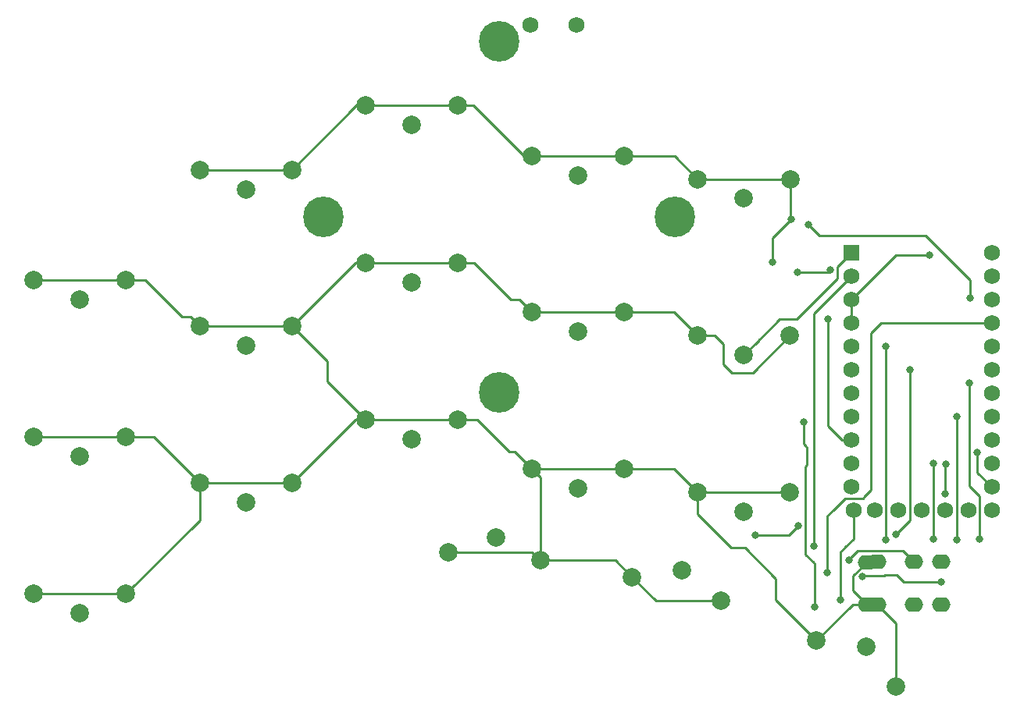
<source format=gbr>
%TF.GenerationSoftware,KiCad,Pcbnew,(6.0.0)*%
%TF.CreationDate,2022-03-12T15:50:12-08:00*%
%TF.ProjectId,half-swept,68616c66-2d73-4776-9570-742e6b696361,rev?*%
%TF.SameCoordinates,Original*%
%TF.FileFunction,Copper,L2,Bot*%
%TF.FilePolarity,Positive*%
%FSLAX46Y46*%
G04 Gerber Fmt 4.6, Leading zero omitted, Abs format (unit mm)*
G04 Created by KiCad (PCBNEW (6.0.0)) date 2022-03-12 15:50:12*
%MOMM*%
%LPD*%
G01*
G04 APERTURE LIST*
%TA.AperFunction,ComponentPad*%
%ADD10O,2.000000X1.600000*%
%TD*%
%TA.AperFunction,ComponentPad*%
%ADD11C,1.750000*%
%TD*%
%TA.AperFunction,ComponentPad*%
%ADD12C,2.000000*%
%TD*%
%TA.AperFunction,ComponentPad*%
%ADD13C,4.400000*%
%TD*%
%TA.AperFunction,ComponentPad*%
%ADD14R,1.752600X1.752600*%
%TD*%
%TA.AperFunction,ComponentPad*%
%ADD15C,1.752600*%
%TD*%
%TA.AperFunction,ViaPad*%
%ADD16C,0.800000*%
%TD*%
%TA.AperFunction,Conductor*%
%ADD17C,0.250000*%
%TD*%
G04 APERTURE END LIST*
D10*
%TO.P,J2,1,SLEEVE*%
%TO.N,gnd*%
X107318000Y-75370000D03*
%TO.P,J2,2,TIP*%
X108418000Y-79970000D03*
%TO.P,J2,3,RING1*%
%TO.N,data*%
X112418000Y-79970000D03*
%TO.P,J2,4,RING2*%
%TO.N,vcc*%
X115418000Y-79970000D03*
%TD*%
D11*
%TO.P,RSW1,1,1*%
%TO.N,gnd*%
X70825000Y-17062500D03*
%TO.P,RSW1,2,2*%
%TO.N,reset*%
X75825000Y-17062500D03*
%TD*%
D12*
%TO.P,SW2,1,1*%
%TO.N,Switch1*%
X22000000Y-46900000D03*
%TO.P,SW2,2,2*%
%TO.N,gnd*%
X17000000Y-44800000D03*
X27000000Y-44800000D03*
%TD*%
%TO.P,SW3,1,1*%
%TO.N,Switch2*%
X40000000Y-34900000D03*
%TO.P,SW3,2,2*%
%TO.N,gnd*%
X35000000Y-32800000D03*
X45000000Y-32800000D03*
%TD*%
%TO.P,SW4,1,1*%
%TO.N,Switch3*%
X58000000Y-27900000D03*
%TO.P,SW4,2,2*%
%TO.N,gnd*%
X63000000Y-25800000D03*
X53000000Y-25800000D03*
%TD*%
%TO.P,SW5,1,1*%
%TO.N,Switch4*%
X76000000Y-33400000D03*
%TO.P,SW5,2,2*%
%TO.N,gnd*%
X81000000Y-31300000D03*
X71000000Y-31300000D03*
%TD*%
%TO.P,SW6,1,1*%
%TO.N,Switch5*%
X94000000Y-35900000D03*
%TO.P,SW6,2,2*%
%TO.N,gnd*%
X99000000Y-33800000D03*
X89000000Y-33800000D03*
%TD*%
%TO.P,SW8,1,1*%
%TO.N,Switch6*%
X22000000Y-63900000D03*
%TO.P,SW8,2,2*%
%TO.N,gnd*%
X27000000Y-61800000D03*
X17000000Y-61800000D03*
%TD*%
%TO.P,SW9,1,1*%
%TO.N,Switch7*%
X40000000Y-51874000D03*
%TO.P,SW9,2,2*%
%TO.N,gnd*%
X45000000Y-49774000D03*
X35000000Y-49774000D03*
%TD*%
%TO.P,SW10,1,1*%
%TO.N,Switch8*%
X58000000Y-45016000D03*
%TO.P,SW10,2,2*%
%TO.N,gnd*%
X63000000Y-42916000D03*
X53000000Y-42916000D03*
%TD*%
%TO.P,SW11,1,1*%
%TO.N,Switch9*%
X76000000Y-50350000D03*
%TO.P,SW11,2,2*%
%TO.N,gnd*%
X71000000Y-48250000D03*
X81000000Y-48250000D03*
%TD*%
%TO.P,SW12,1,1*%
%TO.N,Switch10*%
X93980000Y-52890000D03*
%TO.P,SW12,2,2*%
%TO.N,gnd*%
X98980000Y-50790000D03*
X88980000Y-50790000D03*
%TD*%
%TO.P,SW14,1,1*%
%TO.N,Switch11*%
X22000000Y-80900000D03*
%TO.P,SW14,2,2*%
%TO.N,gnd*%
X17000000Y-78800000D03*
X27000000Y-78800000D03*
%TD*%
%TO.P,SW15,1,1*%
%TO.N,Switch12*%
X40000000Y-68892000D03*
%TO.P,SW15,2,2*%
%TO.N,gnd*%
X45000000Y-66792000D03*
X35000000Y-66792000D03*
%TD*%
%TO.P,SW16,1,1*%
%TO.N,Switch13*%
X58000000Y-62034000D03*
%TO.P,SW16,2,2*%
%TO.N,gnd*%
X63000000Y-59934000D03*
X53000000Y-59934000D03*
%TD*%
%TO.P,SW17,1,1*%
%TO.N,Switch14*%
X76000000Y-67368000D03*
%TO.P,SW17,2,2*%
%TO.N,gnd*%
X81000000Y-65268000D03*
X71000000Y-65268000D03*
%TD*%
%TO.P,SW18,1,1*%
%TO.N,Switch15*%
X93980000Y-69908000D03*
%TO.P,SW18,2,2*%
%TO.N,gnd*%
X88980000Y-67808000D03*
X98980000Y-67808000D03*
%TD*%
%TO.P,SW20,1,1*%
%TO.N,Switch16*%
X107226000Y-84590450D03*
%TO.P,SW20,2,2*%
%TO.N,gnd*%
X110506127Y-88909103D03*
X101845873Y-83909103D03*
%TD*%
%TO.P,SW21,1,1*%
%TO.N,Switch17*%
X87243032Y-76251038D03*
%TO.P,SW21,2,2*%
%TO.N,gnd*%
X91529142Y-79573577D03*
X81869883Y-76985387D03*
%TD*%
D13*
%TO.P,REF\u002A\u002A,1*%
%TO.N,N/C*%
X67500000Y-56950000D03*
X48450000Y-37900000D03*
X86550000Y-37900000D03*
X67500000Y-18850000D03*
%TD*%
D14*
%TO.P,U2,1,TX0/PD3*%
%TO.N,Switch10*%
X105630000Y-41816750D03*
D15*
%TO.P,U2,2,RX1/PD2*%
%TO.N,data*%
X105630000Y-44356750D03*
%TO.P,U2,3,GND*%
%TO.N,gnd*%
X105630000Y-46896750D03*
%TO.P,U2,4,GND*%
X105630000Y-49436750D03*
%TO.P,U2,5,2/PD1*%
%TO.N,Switch11*%
X105630000Y-51976750D03*
%TO.P,U2,6,3/PD0*%
%TO.N,Switch12*%
X105630000Y-54516750D03*
%TO.P,U2,7,4/PD4*%
%TO.N,Switch13*%
X105630000Y-57056750D03*
%TO.P,U2,8,5/PC6*%
%TO.N,Switch14*%
X105630000Y-59596750D03*
%TO.P,U2,9,6/PD7*%
%TO.N,Switch1*%
X105630000Y-62136750D03*
%TO.P,U2,10,7/PE6*%
%TO.N,Switch15*%
X105630000Y-64676750D03*
%TO.P,U2,11,8/PB4*%
%TO.N,Switch16*%
X105630000Y-67216750D03*
%TO.P,U2,12,9/PB5*%
%TO.N,Switch17*%
X105858600Y-69756750D03*
%TO.P,U2,13,10/PB6*%
%TO.N,Switch9*%
X120870000Y-69756750D03*
%TO.P,U2,14,16/PB2*%
%TO.N,Switch8*%
X120870000Y-67216750D03*
%TO.P,U2,15,14/PB3*%
%TO.N,Switch7*%
X120870000Y-64676750D03*
%TO.P,U2,16,15/PB1*%
%TO.N,Switch6*%
X120870000Y-62136750D03*
%TO.P,U2,17,A0/PF7*%
%TO.N,Switch2*%
X120870000Y-59596750D03*
%TO.P,U2,18,A1/PF6*%
%TO.N,Switch3*%
X120870000Y-57056750D03*
%TO.P,U2,19,A2/PF5*%
%TO.N,Switch4*%
X120870000Y-54516750D03*
%TO.P,U2,20,A3/PF4*%
%TO.N,Switch5*%
X120870000Y-51976750D03*
%TO.P,U2,21,VCC*%
%TO.N,vcc*%
X120870000Y-49436750D03*
%TO.P,U2,22,RST*%
%TO.N,reset*%
X120870000Y-46896750D03*
%TO.P,U2,23,GND*%
%TO.N,gnd*%
X120870000Y-44356750D03*
%TO.P,U2,24,B0*%
%TO.N,raw*%
X120870000Y-41816750D03*
%TO.P,U2,25,B7*%
%TO.N,Switch18*%
X108170000Y-69756750D03*
%TO.P,U2,26,D5*%
%TO.N,unconnected-(U2-Pad26)*%
X110710000Y-69756750D03*
%TO.P,U2,27,C7*%
%TO.N,unconnected-(U2-Pad27)*%
X113250000Y-69756750D03*
%TO.P,U2,28,F1*%
%TO.N,unconnected-(U2-Pad28)*%
X115790000Y-69756750D03*
%TO.P,U2,29,F0*%
%TO.N,unconnected-(U2-Pad29)*%
X118330000Y-69756750D03*
%TD*%
D12*
%TO.P,SW1,1,1*%
%TO.N,Switch18*%
X67114219Y-72672451D03*
%TO.P,SW1,2,2*%
%TO.N,gnd*%
X61950218Y-74328681D03*
X71912165Y-75200239D03*
%TD*%
D10*
%TO.P,J1,1,SLEEVE*%
%TO.N,gnd*%
X107300000Y-79950000D03*
%TO.P,J1,2,TIP*%
X108400000Y-75350000D03*
%TO.P,J1,3,RING1*%
%TO.N,data*%
X112400000Y-75350000D03*
%TO.P,J1,4,RING2*%
%TO.N,vcc*%
X115400000Y-75350000D03*
%TD*%
D16*
%TO.N,gnd*%
X114100000Y-42050000D03*
X99140769Y-38159231D03*
X97100000Y-42850000D03*
%TO.N,vcc*%
X106850000Y-76950000D03*
X115398000Y-77552000D03*
X103050000Y-76550000D03*
%TO.N,Switch18*%
X95250000Y-72450000D03*
X99850000Y-71450000D03*
%TO.N,reset*%
X101000000Y-38750000D03*
X118500000Y-46750000D03*
%TO.N,Switch1*%
X99822000Y-43942000D03*
X103378000Y-43688000D03*
X103124000Y-49022000D03*
%TO.N,Switch8*%
X115800000Y-68000000D03*
X119300000Y-63500000D03*
X115900000Y-64750000D03*
%TO.N,Switch9*%
X100450000Y-60150000D03*
X101700000Y-80250000D03*
%TO.N,Switch11*%
X109400000Y-51950000D03*
X109400000Y-72950000D03*
%TO.N,Switch12*%
X110450000Y-72350000D03*
X112000000Y-54500000D03*
%TO.N,Switch13*%
X118400000Y-55900000D03*
X119550000Y-72850000D03*
%TO.N,Switch14*%
X117050000Y-72950000D03*
X117050000Y-59600000D03*
%TO.N,Switch15*%
X114500000Y-72900000D03*
X114500000Y-64700000D03*
%TO.N,Switch17*%
X104450000Y-79500000D03*
%TO.N,data*%
X105400000Y-75133793D03*
X101600000Y-73650000D03*
%TD*%
D17*
%TO.N,gnd*%
X35000000Y-70800000D02*
X35000000Y-66792000D01*
X30008000Y-61800000D02*
X35000000Y-66792000D01*
X63000000Y-59934000D02*
X65084000Y-59934000D01*
X97100000Y-42850000D02*
X97100000Y-40200000D01*
X107300000Y-79950000D02*
X105804976Y-79950000D01*
X63000000Y-25800000D02*
X64700000Y-25800000D01*
X69650000Y-46900000D02*
X71000000Y-48250000D01*
X94100000Y-73800000D02*
X92600000Y-73800000D01*
X68550000Y-63400000D02*
X69132000Y-63400000D01*
X71000000Y-65268000D02*
X81000000Y-65268000D01*
X71000000Y-48250000D02*
X81000000Y-48250000D01*
X45000000Y-32800000D02*
X52000000Y-25800000D01*
X91750000Y-51700000D02*
X90840000Y-50790000D01*
X94970000Y-54800000D02*
X92650000Y-54800000D01*
X90840000Y-50790000D02*
X88980000Y-50790000D01*
X27000000Y-44800000D02*
X29100000Y-44800000D01*
X29100000Y-44800000D02*
X33050000Y-48750000D01*
X71912165Y-66180165D02*
X71000000Y-65268000D01*
X17000000Y-44800000D02*
X27000000Y-44800000D01*
X35000000Y-66792000D02*
X45000000Y-66792000D01*
X110506127Y-88909103D02*
X110506127Y-82058127D01*
X110476750Y-42050000D02*
X114100000Y-42050000D01*
X101845873Y-83909103D02*
X97450000Y-79513230D01*
X71040607Y-74328681D02*
X71912165Y-75200239D01*
X81000000Y-31300000D02*
X86500000Y-31300000D01*
X110506127Y-82058127D02*
X108418000Y-79970000D01*
X86440000Y-48250000D02*
X88980000Y-50790000D01*
X97450000Y-77150000D02*
X94100000Y-73800000D01*
X98980000Y-50790000D02*
X94970000Y-54800000D01*
X71000000Y-31300000D02*
X81000000Y-31300000D01*
X105630000Y-46896750D02*
X110476750Y-42050000D01*
X17000000Y-78800000D02*
X27000000Y-78800000D01*
X81000000Y-48250000D02*
X86440000Y-48250000D01*
X64700000Y-25800000D02*
X70200000Y-31300000D01*
X33976000Y-48750000D02*
X35000000Y-49774000D01*
X105804976Y-79950000D02*
X101845873Y-83909103D01*
X52000000Y-25800000D02*
X53000000Y-25800000D01*
X97450000Y-79513230D02*
X97450000Y-77150000D01*
X107300000Y-79950000D02*
X105800000Y-78450000D01*
X70200000Y-31300000D02*
X71000000Y-31300000D01*
X88980000Y-70180000D02*
X88980000Y-67808000D01*
X45000000Y-49774000D02*
X51858000Y-42916000D01*
X80084735Y-75200239D02*
X81869883Y-76985387D01*
X68700000Y-46900000D02*
X69650000Y-46900000D01*
X84458073Y-79573577D02*
X91529142Y-79573577D01*
X45000000Y-49774000D02*
X48800000Y-53574000D01*
X53000000Y-59934000D02*
X63000000Y-59934000D01*
X64716000Y-42916000D02*
X68700000Y-46900000D01*
X61950218Y-74328681D02*
X71040607Y-74328681D01*
X105800000Y-76888000D02*
X107318000Y-75370000D01*
X53000000Y-25800000D02*
X63000000Y-25800000D01*
X69132000Y-63400000D02*
X71000000Y-65268000D01*
X81000000Y-65268000D02*
X86440000Y-65268000D01*
X88980000Y-67808000D02*
X98980000Y-67808000D01*
X17000000Y-61800000D02*
X27000000Y-61800000D01*
X92600000Y-73800000D02*
X88980000Y-70180000D01*
X81869883Y-76985387D02*
X84458073Y-79573577D01*
X65084000Y-59934000D02*
X68550000Y-63400000D01*
X105800000Y-78450000D02*
X105800000Y-76888000D01*
X99000000Y-33800000D02*
X99000000Y-38018462D01*
X105630000Y-46896750D02*
X105630000Y-49436750D01*
X97100000Y-40200000D02*
X99140769Y-38159231D01*
X99000000Y-38018462D02*
X99140769Y-38159231D01*
X53000000Y-42916000D02*
X63000000Y-42916000D01*
X86500000Y-31300000D02*
X89000000Y-33800000D01*
X91750000Y-53900000D02*
X91750000Y-51700000D01*
X33050000Y-48750000D02*
X33976000Y-48750000D01*
X51858000Y-42916000D02*
X53000000Y-42916000D01*
X51858000Y-59934000D02*
X53000000Y-59934000D01*
X48800000Y-53574000D02*
X48800000Y-55734000D01*
X92650000Y-54800000D02*
X91750000Y-53900000D01*
X35000000Y-32800000D02*
X45000000Y-32800000D01*
X63000000Y-42916000D02*
X64716000Y-42916000D01*
X45000000Y-66792000D02*
X51858000Y-59934000D01*
X86440000Y-65268000D02*
X88980000Y-67808000D01*
X48800000Y-55734000D02*
X53000000Y-59934000D01*
X71912165Y-75200239D02*
X71912165Y-66180165D01*
X27000000Y-61800000D02*
X30008000Y-61800000D01*
X71912165Y-75200239D02*
X80084735Y-75200239D01*
X89000000Y-33800000D02*
X99000000Y-33800000D01*
X27000000Y-78800000D02*
X35000000Y-70800000D01*
X35000000Y-49774000D02*
X45000000Y-49774000D01*
%TO.N,vcc*%
X107800000Y-56100000D02*
X107800000Y-67550000D01*
X109250000Y-76800000D02*
X110550000Y-76800000D01*
X120870000Y-49436750D02*
X108863250Y-49436750D01*
X111302000Y-77552000D02*
X115398000Y-77552000D01*
X110550000Y-76800000D02*
X111302000Y-77552000D01*
X108200000Y-50100000D02*
X107800000Y-50500000D01*
X109174521Y-76875479D02*
X109250000Y-76800000D01*
X107800000Y-67550000D02*
X107100000Y-68250000D01*
X104950000Y-68450000D02*
X103700000Y-69700000D01*
X108863250Y-49436750D02*
X108200000Y-50100000D01*
X105750000Y-68450000D02*
X104950000Y-68450000D01*
X107100000Y-68250000D02*
X106900000Y-68450000D01*
X103050000Y-70350000D02*
X103050000Y-76550000D01*
X103700000Y-69700000D02*
X103050000Y-70350000D01*
X115398000Y-79950000D02*
X115418000Y-79970000D01*
X107800000Y-50500000D02*
X107800000Y-56100000D01*
X106900000Y-68450000D02*
X105750000Y-68450000D01*
X106850000Y-76950000D02*
X106924521Y-76875479D01*
X106924521Y-76875479D02*
X109174521Y-76875479D01*
%TO.N,Switch18*%
X95250000Y-72450000D02*
X98850000Y-72450000D01*
X98850000Y-72450000D02*
X99850000Y-71450000D01*
%TO.N,reset*%
X102200000Y-39950000D02*
X104700000Y-39950000D01*
X104700000Y-39950000D02*
X113700000Y-39950000D01*
X113700000Y-39950000D02*
X116200000Y-42450000D01*
X118500000Y-44750000D02*
X118500000Y-46750000D01*
X101000000Y-38750000D02*
X102200000Y-39950000D01*
X116200000Y-42450000D02*
X118500000Y-44750000D01*
%TO.N,Switch1*%
X104636750Y-62136750D02*
X105630000Y-62136750D01*
X103124000Y-43942000D02*
X103378000Y-43688000D01*
X103124000Y-49022000D02*
X103124000Y-60624000D01*
X99822000Y-43942000D02*
X103124000Y-43942000D01*
X103124000Y-60624000D02*
X104636750Y-62136750D01*
%TO.N,Switch8*%
X115800000Y-64850000D02*
X115900000Y-64750000D01*
X115800000Y-68000000D02*
X115800000Y-64850000D01*
X119300000Y-65646750D02*
X120870000Y-67216750D01*
X119300000Y-63500000D02*
X119300000Y-65646750D01*
%TO.N,Switch9*%
X101700000Y-80250000D02*
X101700000Y-75600000D01*
X100850000Y-62950000D02*
X100650000Y-62750000D01*
X100650000Y-74550000D02*
X100650000Y-73000000D01*
X101550000Y-75450000D02*
X100650000Y-74550000D01*
X100850000Y-64800000D02*
X100850000Y-62950000D01*
X100650000Y-73000000D02*
X100650000Y-65000000D01*
X100450000Y-62550000D02*
X100450000Y-60150000D01*
X100650000Y-62750000D02*
X100450000Y-62550000D01*
X101700000Y-75600000D02*
X101550000Y-75450000D01*
X100650000Y-65000000D02*
X100850000Y-64800000D01*
%TO.N,Switch10*%
X104150000Y-44600000D02*
X104150000Y-43296750D01*
X99728000Y-49022000D02*
X104150000Y-44600000D01*
X97848000Y-49022000D02*
X99728000Y-49022000D01*
X93980000Y-52890000D02*
X95279000Y-51591000D01*
X95279000Y-51591000D02*
X95633001Y-51236999D01*
X104150000Y-43296750D02*
X105630000Y-41816750D01*
X95279000Y-51591000D02*
X97848000Y-49022000D01*
%TO.N,Switch11*%
X109400000Y-72950000D02*
X109400000Y-51950000D01*
%TO.N,Switch12*%
X112000000Y-70800000D02*
X112000000Y-70150000D01*
X110450000Y-72350000D02*
X112000000Y-70800000D01*
X112000000Y-70150000D02*
X112000000Y-54500000D01*
%TO.N,Switch13*%
X118400000Y-67100000D02*
X118400000Y-55900000D01*
X119550000Y-71950000D02*
X119550000Y-68250000D01*
X119550000Y-71950000D02*
X119550000Y-72850000D01*
X119550000Y-68250000D02*
X118850000Y-67550000D01*
X118850000Y-67550000D02*
X118400000Y-67100000D01*
%TO.N,Switch14*%
X117050000Y-72950000D02*
X117050000Y-59600000D01*
%TO.N,Switch15*%
X114500000Y-72900000D02*
X114500000Y-64700000D01*
%TO.N,Switch17*%
X105858600Y-72891400D02*
X105000000Y-73750000D01*
X104450000Y-74300000D02*
X104450000Y-75350000D01*
X105000000Y-73750000D02*
X104450000Y-74300000D01*
X105858600Y-69756750D02*
X105858600Y-72891400D01*
X104450000Y-75350000D02*
X104450000Y-79500000D01*
%TO.N,data*%
X101600000Y-68072000D02*
X101600000Y-67818000D01*
X101600000Y-68072000D02*
X101600000Y-48386750D01*
X101600000Y-48386750D02*
X105630000Y-44356750D01*
X105400000Y-75133793D02*
X105400000Y-75062022D01*
X101600000Y-70950762D02*
X101600000Y-73650000D01*
X101600000Y-70950762D02*
X101600000Y-68072000D01*
X105400000Y-75062022D02*
X106281011Y-74181011D01*
X111239011Y-74181011D02*
X106281011Y-74181011D01*
X112398000Y-75340000D02*
X111239011Y-74181011D01*
%TD*%
M02*

</source>
